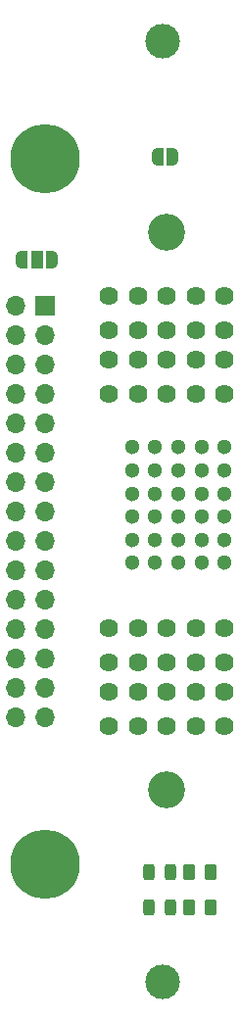
<source format=gbr>
%TF.GenerationSoftware,KiCad,Pcbnew,7.0.8-7.0.8~ubuntu23.04.1*%
%TF.CreationDate,2023-11-23T00:47:48+00:00*%
%TF.ProjectId,BATDATSOCKET01,42415444-4154-4534-9f43-4b455430312e,rev?*%
%TF.SameCoordinates,Original*%
%TF.FileFunction,Soldermask,Top*%
%TF.FilePolarity,Negative*%
%FSLAX46Y46*%
G04 Gerber Fmt 4.6, Leading zero omitted, Abs format (unit mm)*
G04 Created by KiCad (PCBNEW 7.0.8-7.0.8~ubuntu23.04.1) date 2023-11-23 00:47:48*
%MOMM*%
%LPD*%
G01*
G04 APERTURE LIST*
G04 Aperture macros list*
%AMRoundRect*
0 Rectangle with rounded corners*
0 $1 Rounding radius*
0 $2 $3 $4 $5 $6 $7 $8 $9 X,Y pos of 4 corners*
0 Add a 4 corners polygon primitive as box body*
4,1,4,$2,$3,$4,$5,$6,$7,$8,$9,$2,$3,0*
0 Add four circle primitives for the rounded corners*
1,1,$1+$1,$2,$3*
1,1,$1+$1,$4,$5*
1,1,$1+$1,$6,$7*
1,1,$1+$1,$8,$9*
0 Add four rect primitives between the rounded corners*
20,1,$1+$1,$2,$3,$4,$5,0*
20,1,$1+$1,$4,$5,$6,$7,0*
20,1,$1+$1,$6,$7,$8,$9,0*
20,1,$1+$1,$8,$9,$2,$3,0*%
%AMFreePoly0*
4,1,19,0.500000,-0.750000,0.000000,-0.750000,0.000000,-0.744911,-0.071157,-0.744911,-0.207708,-0.704816,-0.327430,-0.627875,-0.420627,-0.520320,-0.479746,-0.390866,-0.500000,-0.250000,-0.500000,0.250000,-0.479746,0.390866,-0.420627,0.520320,-0.327430,0.627875,-0.207708,0.704816,-0.071157,0.744911,0.000000,0.744911,0.000000,0.750000,0.500000,0.750000,0.500000,-0.750000,0.500000,-0.750000,
$1*%
%AMFreePoly1*
4,1,19,0.000000,0.744911,0.071157,0.744911,0.207708,0.704816,0.327430,0.627875,0.420627,0.520320,0.479746,0.390866,0.500000,0.250000,0.500000,-0.250000,0.479746,-0.390866,0.420627,-0.520320,0.327430,-0.627875,0.207708,-0.704816,0.071157,-0.744911,0.000000,-0.744911,0.000000,-0.750000,-0.500000,-0.750000,-0.500000,0.750000,0.000000,0.750000,0.000000,0.744911,0.000000,0.744911,
$1*%
%AMFreePoly2*
4,1,19,0.550000,-0.750000,0.000000,-0.750000,0.000000,-0.744911,-0.071157,-0.744911,-0.207708,-0.704816,-0.327430,-0.627875,-0.420627,-0.520320,-0.479746,-0.390866,-0.500000,-0.250000,-0.500000,0.250000,-0.479746,0.390866,-0.420627,0.520320,-0.327430,0.627875,-0.207708,0.704816,-0.071157,0.744911,0.000000,0.744911,0.000000,0.750000,0.550000,0.750000,0.550000,-0.750000,0.550000,-0.750000,
$1*%
%AMFreePoly3*
4,1,19,0.000000,0.744911,0.071157,0.744911,0.207708,0.704816,0.327430,0.627875,0.420627,0.520320,0.479746,0.390866,0.500000,0.250000,0.500000,-0.250000,0.479746,-0.390866,0.420627,-0.520320,0.327430,-0.627875,0.207708,-0.704816,0.071157,-0.744911,0.000000,-0.744911,0.000000,-0.750000,-0.550000,-0.750000,-0.550000,0.750000,0.000000,0.750000,0.000000,0.744911,0.000000,0.744911,
$1*%
G04 Aperture macros list end*
%ADD10FreePoly0,0.000000*%
%ADD11FreePoly1,0.000000*%
%ADD12C,3.000000*%
%ADD13C,3.200000*%
%ADD14C,1.300000*%
%ADD15C,1.620000*%
%ADD16RoundRect,0.250000X0.262500X0.450000X-0.262500X0.450000X-0.262500X-0.450000X0.262500X-0.450000X0*%
%ADD17C,6.000000*%
%ADD18FreePoly2,0.000000*%
%ADD19R,1.000000X1.500000*%
%ADD20FreePoly3,0.000000*%
%ADD21RoundRect,0.243750X-0.243750X-0.456250X0.243750X-0.456250X0.243750X0.456250X-0.243750X0.456250X0*%
%ADD22R,1.700000X1.700000*%
%ADD23O,1.700000X1.700000*%
G04 APERTURE END LIST*
D10*
%TO.C,JP2*%
X-10114000Y73555000D03*
D11*
X-8814000Y73555000D03*
%TD*%
D12*
%TO.C,H2*%
X-9660000Y83527500D03*
%TD*%
D13*
%TO.C,J1*%
X-9300000Y18845000D03*
X-9300000Y67055000D03*
D14*
X-4300000Y38485000D03*
X-4300000Y40485000D03*
X-4300000Y42485000D03*
X-4300000Y44485000D03*
X-4300000Y46485000D03*
X-4300000Y48485000D03*
X-6300000Y38485000D03*
X-6300000Y40485000D03*
X-6300000Y42485000D03*
X-6300000Y44485000D03*
X-6300000Y46485000D03*
X-6300000Y48485000D03*
X-8300000Y38485000D03*
X-8300000Y40485000D03*
X-8300000Y42485000D03*
X-8300000Y44485000D03*
X-8300000Y46485000D03*
X-8300000Y48485000D03*
X-10300000Y38485000D03*
X-10300000Y40485000D03*
X-10300000Y42485000D03*
X-10300000Y44485000D03*
X-10300000Y46485000D03*
X-10300000Y48485000D03*
X-12300000Y38485000D03*
X-12300000Y40485000D03*
X-12300000Y42485000D03*
X-12300000Y44485000D03*
X-12300000Y46485000D03*
X-12300000Y48485000D03*
D15*
X-14300000Y24345000D03*
X-11800000Y24345000D03*
X-9300000Y24345000D03*
X-6800000Y24345000D03*
X-4300000Y24345000D03*
X-14300000Y27345000D03*
X-11800000Y27345000D03*
X-9300000Y27345000D03*
X-6800000Y27345000D03*
X-4300000Y27345000D03*
X-14300000Y29845000D03*
X-11800000Y29845000D03*
X-9300000Y29845000D03*
X-6800000Y29845000D03*
X-4300000Y29845000D03*
X-14300000Y32845000D03*
X-11800000Y32845000D03*
X-9300000Y32845000D03*
X-6800000Y32845000D03*
X-4300000Y32845000D03*
X-14300000Y53055000D03*
X-11800000Y53055000D03*
X-9300000Y53055000D03*
X-6800000Y53055000D03*
X-4300000Y53055000D03*
X-14300000Y56055000D03*
X-11800000Y56055000D03*
X-9300000Y56055000D03*
X-6800000Y56055000D03*
X-4300000Y56055000D03*
X-14300000Y58555000D03*
X-11800000Y58555000D03*
X-9300000Y58555000D03*
X-6800000Y58555000D03*
X-4300000Y58555000D03*
X-14300000Y61555000D03*
X-11800000Y61555000D03*
X-9300000Y61555000D03*
X-6800000Y61555000D03*
X-4300000Y61555000D03*
%TD*%
D16*
%TO.C,R1*%
X-5514000Y11805000D03*
X-7339000Y11805000D03*
%TD*%
%TO.C,R2*%
X-5514000Y8755000D03*
X-7339000Y8755000D03*
%TD*%
D17*
%TO.C,H3*%
X-19820000Y73367500D03*
%TD*%
D12*
%TO.C,H1*%
X-9660000Y2247500D03*
%TD*%
D18*
%TO.C,JP1*%
X-21800000Y64650000D03*
D19*
X-20500000Y64650000D03*
D20*
X-19200000Y64650000D03*
%TD*%
D17*
%TO.C,H4*%
X-19820000Y12407500D03*
%TD*%
D21*
%TO.C,D1*%
X-10851500Y11760000D03*
X-8976500Y11760000D03*
%TD*%
%TO.C,D2*%
X-10851500Y8720000D03*
X-8976500Y8720000D03*
%TD*%
D22*
%TO.C,J2*%
X-19820000Y60725000D03*
D23*
X-22360000Y60725000D03*
X-19820000Y58185000D03*
X-22360000Y58185000D03*
X-19820000Y55645000D03*
X-22360000Y55645000D03*
X-19820000Y53105000D03*
X-22360000Y53105000D03*
X-19820000Y50565000D03*
X-22360000Y50565000D03*
X-19820000Y48025000D03*
X-22360000Y48025000D03*
X-19820000Y45485000D03*
X-22360000Y45485000D03*
X-19820000Y42945000D03*
X-22360000Y42945000D03*
X-19820000Y40405000D03*
X-22360000Y40405000D03*
X-19820000Y37865000D03*
X-22360000Y37865000D03*
X-19820000Y35325000D03*
X-22360000Y35325000D03*
X-19820000Y32785000D03*
X-22360000Y32785000D03*
X-19820000Y30245000D03*
X-22360000Y30245000D03*
X-19820000Y27705000D03*
X-22360000Y27705000D03*
X-19820000Y25165000D03*
X-22360000Y25165000D03*
%TD*%
M02*

</source>
